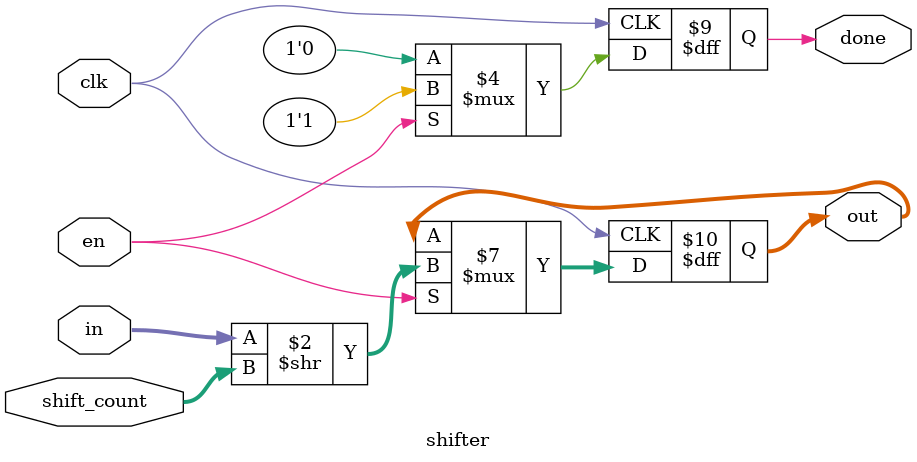
<source format=v>
`timescale 1ps/1ps
module shifter #(parameter N = 32, parameter shift_bits = 4, parameter is_right_shifter = 1)(
    input clk,
    input en,
    output reg done,
    input [N-1:0] in,
    input [shift_bits-1:0] shift_count,
    output reg [N-1:0] out //reg because it is assigned inside always
);

    always @(posedge clk) begin
        if (en) begin
            out = is_right_shifter ? in >> shift_count : in << shift_count;
            done = 1;
        end else begin
            done = 0;
        end
    end

endmodule

</source>
